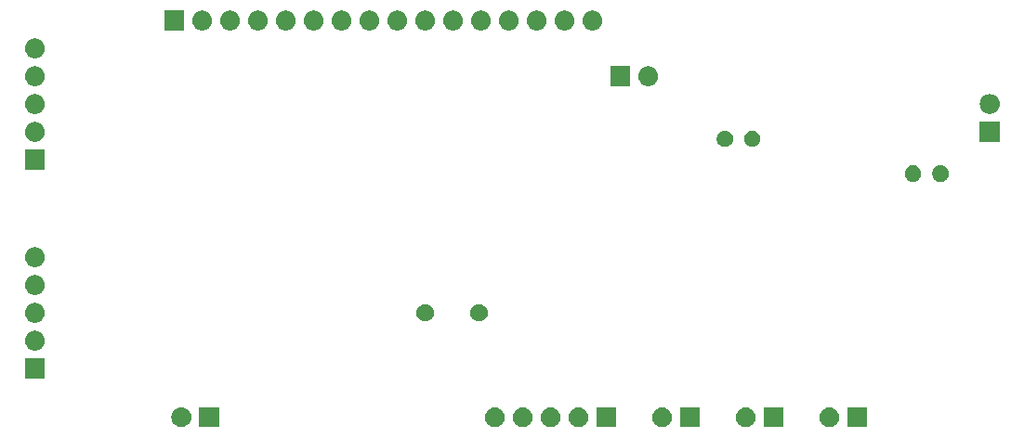
<source format=gbr>
G04 #@! TF.GenerationSoftware,KiCad,Pcbnew,(5.0.1)-4*
G04 #@! TF.CreationDate,2020-04-19T23:52:34+02:00*
G04 #@! TF.ProjectId,Freqmeter_16F18446,467265716D657465725F313646313834,R2*
G04 #@! TF.SameCoordinates,Original*
G04 #@! TF.FileFunction,Soldermask,Bot*
G04 #@! TF.FilePolarity,Negative*
%FSLAX46Y46*%
G04 Gerber Fmt 4.6, Leading zero omitted, Abs format (unit mm)*
G04 Created by KiCad (PCBNEW (5.0.1)-4) date 19/04/2020 23:52:34*
%MOMM*%
%LPD*%
G01*
G04 APERTURE LIST*
%ADD10C,0.100000*%
G04 APERTURE END LIST*
D10*
G36*
X158860443Y-68320519D02*
X158926627Y-68327037D01*
X159039853Y-68361384D01*
X159096467Y-68378557D01*
X159235087Y-68452652D01*
X159252991Y-68462222D01*
X159288729Y-68491552D01*
X159390186Y-68574814D01*
X159473448Y-68676271D01*
X159502778Y-68712009D01*
X159502779Y-68712011D01*
X159586443Y-68868533D01*
X159586443Y-68868534D01*
X159637963Y-69038373D01*
X159655359Y-69215000D01*
X159637963Y-69391627D01*
X159603616Y-69504853D01*
X159586443Y-69561467D01*
X159512348Y-69700087D01*
X159502778Y-69717991D01*
X159473448Y-69753729D01*
X159390186Y-69855186D01*
X159288729Y-69938448D01*
X159252991Y-69967778D01*
X159252989Y-69967779D01*
X159096467Y-70051443D01*
X159039853Y-70068616D01*
X158926627Y-70102963D01*
X158860442Y-70109482D01*
X158794260Y-70116000D01*
X158705740Y-70116000D01*
X158639558Y-70109482D01*
X158573373Y-70102963D01*
X158460147Y-70068616D01*
X158403533Y-70051443D01*
X158247011Y-69967779D01*
X158247009Y-69967778D01*
X158211271Y-69938448D01*
X158109814Y-69855186D01*
X158026552Y-69753729D01*
X157997222Y-69717991D01*
X157987652Y-69700087D01*
X157913557Y-69561467D01*
X157896384Y-69504853D01*
X157862037Y-69391627D01*
X157844641Y-69215000D01*
X157862037Y-69038373D01*
X157913557Y-68868534D01*
X157913557Y-68868533D01*
X157997221Y-68712011D01*
X157997222Y-68712009D01*
X158026552Y-68676271D01*
X158109814Y-68574814D01*
X158211271Y-68491552D01*
X158247009Y-68462222D01*
X158264913Y-68452652D01*
X158403533Y-68378557D01*
X158460147Y-68361384D01*
X158573373Y-68327037D01*
X158639557Y-68320519D01*
X158705740Y-68314000D01*
X158794260Y-68314000D01*
X158860443Y-68320519D01*
X158860443Y-68320519D01*
G37*
G36*
X174100443Y-68320519D02*
X174166627Y-68327037D01*
X174279853Y-68361384D01*
X174336467Y-68378557D01*
X174475087Y-68452652D01*
X174492991Y-68462222D01*
X174528729Y-68491552D01*
X174630186Y-68574814D01*
X174713448Y-68676271D01*
X174742778Y-68712009D01*
X174742779Y-68712011D01*
X174826443Y-68868533D01*
X174826443Y-68868534D01*
X174877963Y-69038373D01*
X174895359Y-69215000D01*
X174877963Y-69391627D01*
X174843616Y-69504853D01*
X174826443Y-69561467D01*
X174752348Y-69700087D01*
X174742778Y-69717991D01*
X174713448Y-69753729D01*
X174630186Y-69855186D01*
X174528729Y-69938448D01*
X174492991Y-69967778D01*
X174492989Y-69967779D01*
X174336467Y-70051443D01*
X174279853Y-70068616D01*
X174166627Y-70102963D01*
X174100442Y-70109482D01*
X174034260Y-70116000D01*
X173945740Y-70116000D01*
X173879558Y-70109482D01*
X173813373Y-70102963D01*
X173700147Y-70068616D01*
X173643533Y-70051443D01*
X173487011Y-69967779D01*
X173487009Y-69967778D01*
X173451271Y-69938448D01*
X173349814Y-69855186D01*
X173266552Y-69753729D01*
X173237222Y-69717991D01*
X173227652Y-69700087D01*
X173153557Y-69561467D01*
X173136384Y-69504853D01*
X173102037Y-69391627D01*
X173084641Y-69215000D01*
X173102037Y-69038373D01*
X173153557Y-68868534D01*
X173153557Y-68868533D01*
X173237221Y-68712011D01*
X173237222Y-68712009D01*
X173266552Y-68676271D01*
X173349814Y-68574814D01*
X173451271Y-68491552D01*
X173487009Y-68462222D01*
X173504913Y-68452652D01*
X173643533Y-68378557D01*
X173700147Y-68361384D01*
X173813373Y-68327037D01*
X173879557Y-68320519D01*
X173945740Y-68314000D01*
X174034260Y-68314000D01*
X174100443Y-68320519D01*
X174100443Y-68320519D01*
G37*
G36*
X162191000Y-70116000D02*
X160389000Y-70116000D01*
X160389000Y-68314000D01*
X162191000Y-68314000D01*
X162191000Y-70116000D01*
X162191000Y-70116000D01*
G37*
G36*
X169811000Y-70116000D02*
X168009000Y-70116000D01*
X168009000Y-68314000D01*
X169811000Y-68314000D01*
X169811000Y-70116000D01*
X169811000Y-70116000D01*
G37*
G36*
X166480443Y-68320519D02*
X166546627Y-68327037D01*
X166659853Y-68361384D01*
X166716467Y-68378557D01*
X166855087Y-68452652D01*
X166872991Y-68462222D01*
X166908729Y-68491552D01*
X167010186Y-68574814D01*
X167093448Y-68676271D01*
X167122778Y-68712009D01*
X167122779Y-68712011D01*
X167206443Y-68868533D01*
X167206443Y-68868534D01*
X167257963Y-69038373D01*
X167275359Y-69215000D01*
X167257963Y-69391627D01*
X167223616Y-69504853D01*
X167206443Y-69561467D01*
X167132348Y-69700087D01*
X167122778Y-69717991D01*
X167093448Y-69753729D01*
X167010186Y-69855186D01*
X166908729Y-69938448D01*
X166872991Y-69967778D01*
X166872989Y-69967779D01*
X166716467Y-70051443D01*
X166659853Y-70068616D01*
X166546627Y-70102963D01*
X166480442Y-70109482D01*
X166414260Y-70116000D01*
X166325740Y-70116000D01*
X166259558Y-70109482D01*
X166193373Y-70102963D01*
X166080147Y-70068616D01*
X166023533Y-70051443D01*
X165867011Y-69967779D01*
X165867009Y-69967778D01*
X165831271Y-69938448D01*
X165729814Y-69855186D01*
X165646552Y-69753729D01*
X165617222Y-69717991D01*
X165607652Y-69700087D01*
X165533557Y-69561467D01*
X165516384Y-69504853D01*
X165482037Y-69391627D01*
X165464641Y-69215000D01*
X165482037Y-69038373D01*
X165533557Y-68868534D01*
X165533557Y-68868533D01*
X165617221Y-68712011D01*
X165617222Y-68712009D01*
X165646552Y-68676271D01*
X165729814Y-68574814D01*
X165831271Y-68491552D01*
X165867009Y-68462222D01*
X165884913Y-68452652D01*
X166023533Y-68378557D01*
X166080147Y-68361384D01*
X166193373Y-68327037D01*
X166259557Y-68320519D01*
X166325740Y-68314000D01*
X166414260Y-68314000D01*
X166480443Y-68320519D01*
X166480443Y-68320519D01*
G37*
G36*
X177431000Y-70116000D02*
X175629000Y-70116000D01*
X175629000Y-68314000D01*
X177431000Y-68314000D01*
X177431000Y-70116000D01*
X177431000Y-70116000D01*
G37*
G36*
X118376000Y-70116000D02*
X116574000Y-70116000D01*
X116574000Y-68314000D01*
X118376000Y-68314000D01*
X118376000Y-70116000D01*
X118376000Y-70116000D01*
G37*
G36*
X154571000Y-70116000D02*
X152769000Y-70116000D01*
X152769000Y-68314000D01*
X154571000Y-68314000D01*
X154571000Y-70116000D01*
X154571000Y-70116000D01*
G37*
G36*
X143620443Y-68320519D02*
X143686627Y-68327037D01*
X143799853Y-68361384D01*
X143856467Y-68378557D01*
X143995087Y-68452652D01*
X144012991Y-68462222D01*
X144048729Y-68491552D01*
X144150186Y-68574814D01*
X144233448Y-68676271D01*
X144262778Y-68712009D01*
X144262779Y-68712011D01*
X144346443Y-68868533D01*
X144346443Y-68868534D01*
X144397963Y-69038373D01*
X144415359Y-69215000D01*
X144397963Y-69391627D01*
X144363616Y-69504853D01*
X144346443Y-69561467D01*
X144272348Y-69700087D01*
X144262778Y-69717991D01*
X144233448Y-69753729D01*
X144150186Y-69855186D01*
X144048729Y-69938448D01*
X144012991Y-69967778D01*
X144012989Y-69967779D01*
X143856467Y-70051443D01*
X143799853Y-70068616D01*
X143686627Y-70102963D01*
X143620442Y-70109482D01*
X143554260Y-70116000D01*
X143465740Y-70116000D01*
X143399558Y-70109482D01*
X143333373Y-70102963D01*
X143220147Y-70068616D01*
X143163533Y-70051443D01*
X143007011Y-69967779D01*
X143007009Y-69967778D01*
X142971271Y-69938448D01*
X142869814Y-69855186D01*
X142786552Y-69753729D01*
X142757222Y-69717991D01*
X142747652Y-69700087D01*
X142673557Y-69561467D01*
X142656384Y-69504853D01*
X142622037Y-69391627D01*
X142604641Y-69215000D01*
X142622037Y-69038373D01*
X142673557Y-68868534D01*
X142673557Y-68868533D01*
X142757221Y-68712011D01*
X142757222Y-68712009D01*
X142786552Y-68676271D01*
X142869814Y-68574814D01*
X142971271Y-68491552D01*
X143007009Y-68462222D01*
X143024913Y-68452652D01*
X143163533Y-68378557D01*
X143220147Y-68361384D01*
X143333373Y-68327037D01*
X143399557Y-68320519D01*
X143465740Y-68314000D01*
X143554260Y-68314000D01*
X143620443Y-68320519D01*
X143620443Y-68320519D01*
G37*
G36*
X146160443Y-68320519D02*
X146226627Y-68327037D01*
X146339853Y-68361384D01*
X146396467Y-68378557D01*
X146535087Y-68452652D01*
X146552991Y-68462222D01*
X146588729Y-68491552D01*
X146690186Y-68574814D01*
X146773448Y-68676271D01*
X146802778Y-68712009D01*
X146802779Y-68712011D01*
X146886443Y-68868533D01*
X146886443Y-68868534D01*
X146937963Y-69038373D01*
X146955359Y-69215000D01*
X146937963Y-69391627D01*
X146903616Y-69504853D01*
X146886443Y-69561467D01*
X146812348Y-69700087D01*
X146802778Y-69717991D01*
X146773448Y-69753729D01*
X146690186Y-69855186D01*
X146588729Y-69938448D01*
X146552991Y-69967778D01*
X146552989Y-69967779D01*
X146396467Y-70051443D01*
X146339853Y-70068616D01*
X146226627Y-70102963D01*
X146160442Y-70109482D01*
X146094260Y-70116000D01*
X146005740Y-70116000D01*
X145939558Y-70109482D01*
X145873373Y-70102963D01*
X145760147Y-70068616D01*
X145703533Y-70051443D01*
X145547011Y-69967779D01*
X145547009Y-69967778D01*
X145511271Y-69938448D01*
X145409814Y-69855186D01*
X145326552Y-69753729D01*
X145297222Y-69717991D01*
X145287652Y-69700087D01*
X145213557Y-69561467D01*
X145196384Y-69504853D01*
X145162037Y-69391627D01*
X145144641Y-69215000D01*
X145162037Y-69038373D01*
X145213557Y-68868534D01*
X145213557Y-68868533D01*
X145297221Y-68712011D01*
X145297222Y-68712009D01*
X145326552Y-68676271D01*
X145409814Y-68574814D01*
X145511271Y-68491552D01*
X145547009Y-68462222D01*
X145564913Y-68452652D01*
X145703533Y-68378557D01*
X145760147Y-68361384D01*
X145873373Y-68327037D01*
X145939557Y-68320519D01*
X146005740Y-68314000D01*
X146094260Y-68314000D01*
X146160443Y-68320519D01*
X146160443Y-68320519D01*
G37*
G36*
X148700443Y-68320519D02*
X148766627Y-68327037D01*
X148879853Y-68361384D01*
X148936467Y-68378557D01*
X149075087Y-68452652D01*
X149092991Y-68462222D01*
X149128729Y-68491552D01*
X149230186Y-68574814D01*
X149313448Y-68676271D01*
X149342778Y-68712009D01*
X149342779Y-68712011D01*
X149426443Y-68868533D01*
X149426443Y-68868534D01*
X149477963Y-69038373D01*
X149495359Y-69215000D01*
X149477963Y-69391627D01*
X149443616Y-69504853D01*
X149426443Y-69561467D01*
X149352348Y-69700087D01*
X149342778Y-69717991D01*
X149313448Y-69753729D01*
X149230186Y-69855186D01*
X149128729Y-69938448D01*
X149092991Y-69967778D01*
X149092989Y-69967779D01*
X148936467Y-70051443D01*
X148879853Y-70068616D01*
X148766627Y-70102963D01*
X148700442Y-70109482D01*
X148634260Y-70116000D01*
X148545740Y-70116000D01*
X148479558Y-70109482D01*
X148413373Y-70102963D01*
X148300147Y-70068616D01*
X148243533Y-70051443D01*
X148087011Y-69967779D01*
X148087009Y-69967778D01*
X148051271Y-69938448D01*
X147949814Y-69855186D01*
X147866552Y-69753729D01*
X147837222Y-69717991D01*
X147827652Y-69700087D01*
X147753557Y-69561467D01*
X147736384Y-69504853D01*
X147702037Y-69391627D01*
X147684641Y-69215000D01*
X147702037Y-69038373D01*
X147753557Y-68868534D01*
X147753557Y-68868533D01*
X147837221Y-68712011D01*
X147837222Y-68712009D01*
X147866552Y-68676271D01*
X147949814Y-68574814D01*
X148051271Y-68491552D01*
X148087009Y-68462222D01*
X148104913Y-68452652D01*
X148243533Y-68378557D01*
X148300147Y-68361384D01*
X148413373Y-68327037D01*
X148479557Y-68320519D01*
X148545740Y-68314000D01*
X148634260Y-68314000D01*
X148700443Y-68320519D01*
X148700443Y-68320519D01*
G37*
G36*
X151240443Y-68320519D02*
X151306627Y-68327037D01*
X151419853Y-68361384D01*
X151476467Y-68378557D01*
X151615087Y-68452652D01*
X151632991Y-68462222D01*
X151668729Y-68491552D01*
X151770186Y-68574814D01*
X151853448Y-68676271D01*
X151882778Y-68712009D01*
X151882779Y-68712011D01*
X151966443Y-68868533D01*
X151966443Y-68868534D01*
X152017963Y-69038373D01*
X152035359Y-69215000D01*
X152017963Y-69391627D01*
X151983616Y-69504853D01*
X151966443Y-69561467D01*
X151892348Y-69700087D01*
X151882778Y-69717991D01*
X151853448Y-69753729D01*
X151770186Y-69855186D01*
X151668729Y-69938448D01*
X151632991Y-69967778D01*
X151632989Y-69967779D01*
X151476467Y-70051443D01*
X151419853Y-70068616D01*
X151306627Y-70102963D01*
X151240442Y-70109482D01*
X151174260Y-70116000D01*
X151085740Y-70116000D01*
X151019558Y-70109482D01*
X150953373Y-70102963D01*
X150840147Y-70068616D01*
X150783533Y-70051443D01*
X150627011Y-69967779D01*
X150627009Y-69967778D01*
X150591271Y-69938448D01*
X150489814Y-69855186D01*
X150406552Y-69753729D01*
X150377222Y-69717991D01*
X150367652Y-69700087D01*
X150293557Y-69561467D01*
X150276384Y-69504853D01*
X150242037Y-69391627D01*
X150224641Y-69215000D01*
X150242037Y-69038373D01*
X150293557Y-68868534D01*
X150293557Y-68868533D01*
X150377221Y-68712011D01*
X150377222Y-68712009D01*
X150406552Y-68676271D01*
X150489814Y-68574814D01*
X150591271Y-68491552D01*
X150627009Y-68462222D01*
X150644913Y-68452652D01*
X150783533Y-68378557D01*
X150840147Y-68361384D01*
X150953373Y-68327037D01*
X151019557Y-68320519D01*
X151085740Y-68314000D01*
X151174260Y-68314000D01*
X151240443Y-68320519D01*
X151240443Y-68320519D01*
G37*
G36*
X115045443Y-68320519D02*
X115111627Y-68327037D01*
X115224853Y-68361384D01*
X115281467Y-68378557D01*
X115420087Y-68452652D01*
X115437991Y-68462222D01*
X115473729Y-68491552D01*
X115575186Y-68574814D01*
X115658448Y-68676271D01*
X115687778Y-68712009D01*
X115687779Y-68712011D01*
X115771443Y-68868533D01*
X115771443Y-68868534D01*
X115822963Y-69038373D01*
X115840359Y-69215000D01*
X115822963Y-69391627D01*
X115788616Y-69504853D01*
X115771443Y-69561467D01*
X115697348Y-69700087D01*
X115687778Y-69717991D01*
X115658448Y-69753729D01*
X115575186Y-69855186D01*
X115473729Y-69938448D01*
X115437991Y-69967778D01*
X115437989Y-69967779D01*
X115281467Y-70051443D01*
X115224853Y-70068616D01*
X115111627Y-70102963D01*
X115045442Y-70109482D01*
X114979260Y-70116000D01*
X114890740Y-70116000D01*
X114824558Y-70109482D01*
X114758373Y-70102963D01*
X114645147Y-70068616D01*
X114588533Y-70051443D01*
X114432011Y-69967779D01*
X114432009Y-69967778D01*
X114396271Y-69938448D01*
X114294814Y-69855186D01*
X114211552Y-69753729D01*
X114182222Y-69717991D01*
X114172652Y-69700087D01*
X114098557Y-69561467D01*
X114081384Y-69504853D01*
X114047037Y-69391627D01*
X114029641Y-69215000D01*
X114047037Y-69038373D01*
X114098557Y-68868534D01*
X114098557Y-68868533D01*
X114182221Y-68712011D01*
X114182222Y-68712009D01*
X114211552Y-68676271D01*
X114294814Y-68574814D01*
X114396271Y-68491552D01*
X114432009Y-68462222D01*
X114449913Y-68452652D01*
X114588533Y-68378557D01*
X114645147Y-68361384D01*
X114758373Y-68327037D01*
X114824557Y-68320519D01*
X114890740Y-68314000D01*
X114979260Y-68314000D01*
X115045443Y-68320519D01*
X115045443Y-68320519D01*
G37*
G36*
X102501000Y-65671000D02*
X100699000Y-65671000D01*
X100699000Y-63869000D01*
X102501000Y-63869000D01*
X102501000Y-65671000D01*
X102501000Y-65671000D01*
G37*
G36*
X101710443Y-61335519D02*
X101776627Y-61342037D01*
X101889853Y-61376384D01*
X101946467Y-61393557D01*
X102085087Y-61467652D01*
X102102991Y-61477222D01*
X102138729Y-61506552D01*
X102240186Y-61589814D01*
X102323448Y-61691271D01*
X102352778Y-61727009D01*
X102352779Y-61727011D01*
X102436443Y-61883533D01*
X102436443Y-61883534D01*
X102487963Y-62053373D01*
X102505359Y-62230000D01*
X102487963Y-62406627D01*
X102453616Y-62519853D01*
X102436443Y-62576467D01*
X102362348Y-62715087D01*
X102352778Y-62732991D01*
X102323448Y-62768729D01*
X102240186Y-62870186D01*
X102138729Y-62953448D01*
X102102991Y-62982778D01*
X102102989Y-62982779D01*
X101946467Y-63066443D01*
X101889853Y-63083616D01*
X101776627Y-63117963D01*
X101710442Y-63124482D01*
X101644260Y-63131000D01*
X101555740Y-63131000D01*
X101489558Y-63124482D01*
X101423373Y-63117963D01*
X101310147Y-63083616D01*
X101253533Y-63066443D01*
X101097011Y-62982779D01*
X101097009Y-62982778D01*
X101061271Y-62953448D01*
X100959814Y-62870186D01*
X100876552Y-62768729D01*
X100847222Y-62732991D01*
X100837652Y-62715087D01*
X100763557Y-62576467D01*
X100746384Y-62519853D01*
X100712037Y-62406627D01*
X100694641Y-62230000D01*
X100712037Y-62053373D01*
X100763557Y-61883534D01*
X100763557Y-61883533D01*
X100847221Y-61727011D01*
X100847222Y-61727009D01*
X100876552Y-61691271D01*
X100959814Y-61589814D01*
X101061271Y-61506552D01*
X101097009Y-61477222D01*
X101114913Y-61467652D01*
X101253533Y-61393557D01*
X101310147Y-61376384D01*
X101423373Y-61342037D01*
X101489557Y-61335519D01*
X101555740Y-61329000D01*
X101644260Y-61329000D01*
X101710443Y-61335519D01*
X101710443Y-61335519D01*
G37*
G36*
X101710443Y-58795519D02*
X101776627Y-58802037D01*
X101889853Y-58836384D01*
X101946467Y-58853557D01*
X102070363Y-58919782D01*
X102102991Y-58937222D01*
X102138729Y-58966552D01*
X102240186Y-59049814D01*
X102323448Y-59151271D01*
X102352778Y-59187009D01*
X102352779Y-59187011D01*
X102436443Y-59343533D01*
X102436443Y-59343534D01*
X102487963Y-59513373D01*
X102505359Y-59690000D01*
X102487963Y-59866627D01*
X102470667Y-59923643D01*
X102436443Y-60036467D01*
X102418831Y-60069416D01*
X102352778Y-60192991D01*
X102346524Y-60200611D01*
X102240186Y-60330186D01*
X102138729Y-60413448D01*
X102102991Y-60442778D01*
X102102989Y-60442779D01*
X101946467Y-60526443D01*
X101889853Y-60543616D01*
X101776627Y-60577963D01*
X101710443Y-60584481D01*
X101644260Y-60591000D01*
X101555740Y-60591000D01*
X101489557Y-60584481D01*
X101423373Y-60577963D01*
X101310147Y-60543616D01*
X101253533Y-60526443D01*
X101097011Y-60442779D01*
X101097009Y-60442778D01*
X101061271Y-60413448D01*
X100959814Y-60330186D01*
X100853476Y-60200611D01*
X100847222Y-60192991D01*
X100781169Y-60069416D01*
X100763557Y-60036467D01*
X100729333Y-59923643D01*
X100712037Y-59866627D01*
X100694641Y-59690000D01*
X100712037Y-59513373D01*
X100763557Y-59343534D01*
X100763557Y-59343533D01*
X100847221Y-59187011D01*
X100847222Y-59187009D01*
X100876552Y-59151271D01*
X100959814Y-59049814D01*
X101061271Y-58966552D01*
X101097009Y-58937222D01*
X101129637Y-58919782D01*
X101253533Y-58853557D01*
X101310147Y-58836384D01*
X101423373Y-58802037D01*
X101489557Y-58795519D01*
X101555740Y-58789000D01*
X101644260Y-58789000D01*
X101710443Y-58795519D01*
X101710443Y-58795519D01*
G37*
G36*
X142293643Y-58919781D02*
X142439415Y-58980162D01*
X142570611Y-59067824D01*
X142682176Y-59179389D01*
X142769838Y-59310585D01*
X142830219Y-59456357D01*
X142861000Y-59611107D01*
X142861000Y-59768893D01*
X142830219Y-59923643D01*
X142769838Y-60069415D01*
X142682176Y-60200611D01*
X142570611Y-60312176D01*
X142439415Y-60399838D01*
X142293643Y-60460219D01*
X142138893Y-60491000D01*
X141981107Y-60491000D01*
X141826357Y-60460219D01*
X141680585Y-60399838D01*
X141549389Y-60312176D01*
X141437824Y-60200611D01*
X141350162Y-60069415D01*
X141289781Y-59923643D01*
X141259000Y-59768893D01*
X141259000Y-59611107D01*
X141289781Y-59456357D01*
X141350162Y-59310585D01*
X141437824Y-59179389D01*
X141549389Y-59067824D01*
X141680585Y-58980162D01*
X141826357Y-58919781D01*
X141981107Y-58889000D01*
X142138893Y-58889000D01*
X142293643Y-58919781D01*
X142293643Y-58919781D01*
G37*
G36*
X137393643Y-58919781D02*
X137539415Y-58980162D01*
X137670611Y-59067824D01*
X137782176Y-59179389D01*
X137869838Y-59310585D01*
X137930219Y-59456357D01*
X137961000Y-59611107D01*
X137961000Y-59768893D01*
X137930219Y-59923643D01*
X137869838Y-60069415D01*
X137782176Y-60200611D01*
X137670611Y-60312176D01*
X137539415Y-60399838D01*
X137393643Y-60460219D01*
X137238893Y-60491000D01*
X137081107Y-60491000D01*
X136926357Y-60460219D01*
X136780585Y-60399838D01*
X136649389Y-60312176D01*
X136537824Y-60200611D01*
X136450162Y-60069415D01*
X136389781Y-59923643D01*
X136359000Y-59768893D01*
X136359000Y-59611107D01*
X136389781Y-59456357D01*
X136450162Y-59310585D01*
X136537824Y-59179389D01*
X136649389Y-59067824D01*
X136780585Y-58980162D01*
X136926357Y-58919781D01*
X137081107Y-58889000D01*
X137238893Y-58889000D01*
X137393643Y-58919781D01*
X137393643Y-58919781D01*
G37*
G36*
X101710443Y-56255519D02*
X101776627Y-56262037D01*
X101889853Y-56296384D01*
X101946467Y-56313557D01*
X102085087Y-56387652D01*
X102102991Y-56397222D01*
X102138729Y-56426552D01*
X102240186Y-56509814D01*
X102323448Y-56611271D01*
X102352778Y-56647009D01*
X102352779Y-56647011D01*
X102436443Y-56803533D01*
X102436443Y-56803534D01*
X102487963Y-56973373D01*
X102505359Y-57150000D01*
X102487963Y-57326627D01*
X102453616Y-57439853D01*
X102436443Y-57496467D01*
X102362348Y-57635087D01*
X102352778Y-57652991D01*
X102323448Y-57688729D01*
X102240186Y-57790186D01*
X102138729Y-57873448D01*
X102102991Y-57902778D01*
X102102989Y-57902779D01*
X101946467Y-57986443D01*
X101889853Y-58003616D01*
X101776627Y-58037963D01*
X101710443Y-58044481D01*
X101644260Y-58051000D01*
X101555740Y-58051000D01*
X101489557Y-58044481D01*
X101423373Y-58037963D01*
X101310147Y-58003616D01*
X101253533Y-57986443D01*
X101097011Y-57902779D01*
X101097009Y-57902778D01*
X101061271Y-57873448D01*
X100959814Y-57790186D01*
X100876552Y-57688729D01*
X100847222Y-57652991D01*
X100837652Y-57635087D01*
X100763557Y-57496467D01*
X100746384Y-57439853D01*
X100712037Y-57326627D01*
X100694641Y-57150000D01*
X100712037Y-56973373D01*
X100763557Y-56803534D01*
X100763557Y-56803533D01*
X100847221Y-56647011D01*
X100847222Y-56647009D01*
X100876552Y-56611271D01*
X100959814Y-56509814D01*
X101061271Y-56426552D01*
X101097009Y-56397222D01*
X101114913Y-56387652D01*
X101253533Y-56313557D01*
X101310147Y-56296384D01*
X101423373Y-56262037D01*
X101489557Y-56255519D01*
X101555740Y-56249000D01*
X101644260Y-56249000D01*
X101710443Y-56255519D01*
X101710443Y-56255519D01*
G37*
G36*
X101710442Y-53715518D02*
X101776627Y-53722037D01*
X101889853Y-53756384D01*
X101946467Y-53773557D01*
X102085087Y-53847652D01*
X102102991Y-53857222D01*
X102138729Y-53886552D01*
X102240186Y-53969814D01*
X102323448Y-54071271D01*
X102352778Y-54107009D01*
X102352779Y-54107011D01*
X102436443Y-54263533D01*
X102436443Y-54263534D01*
X102487963Y-54433373D01*
X102505359Y-54610000D01*
X102487963Y-54786627D01*
X102453616Y-54899853D01*
X102436443Y-54956467D01*
X102362348Y-55095087D01*
X102352778Y-55112991D01*
X102323448Y-55148729D01*
X102240186Y-55250186D01*
X102138729Y-55333448D01*
X102102991Y-55362778D01*
X102102989Y-55362779D01*
X101946467Y-55446443D01*
X101889853Y-55463616D01*
X101776627Y-55497963D01*
X101710443Y-55504481D01*
X101644260Y-55511000D01*
X101555740Y-55511000D01*
X101489557Y-55504481D01*
X101423373Y-55497963D01*
X101310147Y-55463616D01*
X101253533Y-55446443D01*
X101097011Y-55362779D01*
X101097009Y-55362778D01*
X101061271Y-55333448D01*
X100959814Y-55250186D01*
X100876552Y-55148729D01*
X100847222Y-55112991D01*
X100837652Y-55095087D01*
X100763557Y-54956467D01*
X100746384Y-54899853D01*
X100712037Y-54786627D01*
X100694641Y-54610000D01*
X100712037Y-54433373D01*
X100763557Y-54263534D01*
X100763557Y-54263533D01*
X100847221Y-54107011D01*
X100847222Y-54107009D01*
X100876552Y-54071271D01*
X100959814Y-53969814D01*
X101061271Y-53886552D01*
X101097009Y-53857222D01*
X101114913Y-53847652D01*
X101253533Y-53773557D01*
X101310147Y-53756384D01*
X101423373Y-53722037D01*
X101489558Y-53715518D01*
X101555740Y-53709000D01*
X101644260Y-53709000D01*
X101710442Y-53715518D01*
X101710442Y-53715518D01*
G37*
G36*
X184242004Y-46250544D02*
X184329059Y-46267860D01*
X184465732Y-46324472D01*
X184465733Y-46324473D01*
X184588738Y-46406662D01*
X184693338Y-46511262D01*
X184693340Y-46511265D01*
X184775528Y-46634268D01*
X184832140Y-46770941D01*
X184861000Y-46916033D01*
X184861000Y-47063967D01*
X184832140Y-47209059D01*
X184775528Y-47345732D01*
X184775527Y-47345733D01*
X184693338Y-47468738D01*
X184588738Y-47573338D01*
X184588735Y-47573340D01*
X184465732Y-47655528D01*
X184329059Y-47712140D01*
X184242004Y-47729456D01*
X184183969Y-47741000D01*
X184036031Y-47741000D01*
X183977996Y-47729456D01*
X183890941Y-47712140D01*
X183754268Y-47655528D01*
X183631265Y-47573340D01*
X183631262Y-47573338D01*
X183526662Y-47468738D01*
X183444473Y-47345733D01*
X183444472Y-47345732D01*
X183387860Y-47209059D01*
X183359000Y-47063967D01*
X183359000Y-46916033D01*
X183387860Y-46770941D01*
X183444472Y-46634268D01*
X183526660Y-46511265D01*
X183526662Y-46511262D01*
X183631262Y-46406662D01*
X183754267Y-46324473D01*
X183754268Y-46324472D01*
X183890941Y-46267860D01*
X183977996Y-46250544D01*
X184036031Y-46239000D01*
X184183969Y-46239000D01*
X184242004Y-46250544D01*
X184242004Y-46250544D01*
G37*
G36*
X181742004Y-46250544D02*
X181829059Y-46267860D01*
X181965732Y-46324472D01*
X181965733Y-46324473D01*
X182088738Y-46406662D01*
X182193338Y-46511262D01*
X182193340Y-46511265D01*
X182275528Y-46634268D01*
X182332140Y-46770941D01*
X182361000Y-46916033D01*
X182361000Y-47063967D01*
X182332140Y-47209059D01*
X182275528Y-47345732D01*
X182275527Y-47345733D01*
X182193338Y-47468738D01*
X182088738Y-47573338D01*
X182088735Y-47573340D01*
X181965732Y-47655528D01*
X181829059Y-47712140D01*
X181742004Y-47729456D01*
X181683969Y-47741000D01*
X181536031Y-47741000D01*
X181477996Y-47729456D01*
X181390941Y-47712140D01*
X181254268Y-47655528D01*
X181131265Y-47573340D01*
X181131262Y-47573338D01*
X181026662Y-47468738D01*
X180944473Y-47345733D01*
X180944472Y-47345732D01*
X180887860Y-47209059D01*
X180859000Y-47063967D01*
X180859000Y-46916033D01*
X180887860Y-46770941D01*
X180944472Y-46634268D01*
X181026660Y-46511265D01*
X181026662Y-46511262D01*
X181131262Y-46406662D01*
X181254267Y-46324473D01*
X181254268Y-46324472D01*
X181390941Y-46267860D01*
X181477996Y-46250544D01*
X181536031Y-46239000D01*
X181683969Y-46239000D01*
X181742004Y-46250544D01*
X181742004Y-46250544D01*
G37*
G36*
X102501000Y-46621000D02*
X100699000Y-46621000D01*
X100699000Y-44819000D01*
X102501000Y-44819000D01*
X102501000Y-46621000D01*
X102501000Y-46621000D01*
G37*
G36*
X167097004Y-43075544D02*
X167184059Y-43092860D01*
X167320732Y-43149472D01*
X167320733Y-43149473D01*
X167443738Y-43231662D01*
X167548338Y-43336262D01*
X167548340Y-43336265D01*
X167630528Y-43459268D01*
X167687140Y-43595941D01*
X167704455Y-43682989D01*
X167716000Y-43741031D01*
X167716000Y-43888969D01*
X167704456Y-43947004D01*
X167687140Y-44034059D01*
X167630528Y-44170732D01*
X167630527Y-44170733D01*
X167548338Y-44293738D01*
X167443738Y-44398338D01*
X167443735Y-44398340D01*
X167320732Y-44480528D01*
X167184059Y-44537140D01*
X167097004Y-44554456D01*
X167038969Y-44566000D01*
X166891031Y-44566000D01*
X166832996Y-44554456D01*
X166745941Y-44537140D01*
X166609268Y-44480528D01*
X166486265Y-44398340D01*
X166486262Y-44398338D01*
X166381662Y-44293738D01*
X166299473Y-44170733D01*
X166299472Y-44170732D01*
X166242860Y-44034059D01*
X166225544Y-43947004D01*
X166214000Y-43888969D01*
X166214000Y-43741031D01*
X166225545Y-43682989D01*
X166242860Y-43595941D01*
X166299472Y-43459268D01*
X166381660Y-43336265D01*
X166381662Y-43336262D01*
X166486262Y-43231662D01*
X166609267Y-43149473D01*
X166609268Y-43149472D01*
X166745941Y-43092860D01*
X166832996Y-43075544D01*
X166891031Y-43064000D01*
X167038969Y-43064000D01*
X167097004Y-43075544D01*
X167097004Y-43075544D01*
G37*
G36*
X164597004Y-43075544D02*
X164684059Y-43092860D01*
X164820732Y-43149472D01*
X164820733Y-43149473D01*
X164943738Y-43231662D01*
X165048338Y-43336262D01*
X165048340Y-43336265D01*
X165130528Y-43459268D01*
X165187140Y-43595941D01*
X165204455Y-43682989D01*
X165216000Y-43741031D01*
X165216000Y-43888969D01*
X165204456Y-43947004D01*
X165187140Y-44034059D01*
X165130528Y-44170732D01*
X165130527Y-44170733D01*
X165048338Y-44293738D01*
X164943738Y-44398338D01*
X164943735Y-44398340D01*
X164820732Y-44480528D01*
X164684059Y-44537140D01*
X164597004Y-44554456D01*
X164538969Y-44566000D01*
X164391031Y-44566000D01*
X164332996Y-44554456D01*
X164245941Y-44537140D01*
X164109268Y-44480528D01*
X163986265Y-44398340D01*
X163986262Y-44398338D01*
X163881662Y-44293738D01*
X163799473Y-44170733D01*
X163799472Y-44170732D01*
X163742860Y-44034059D01*
X163725544Y-43947004D01*
X163714000Y-43888969D01*
X163714000Y-43741031D01*
X163725545Y-43682989D01*
X163742860Y-43595941D01*
X163799472Y-43459268D01*
X163881660Y-43336265D01*
X163881662Y-43336262D01*
X163986262Y-43231662D01*
X164109267Y-43149473D01*
X164109268Y-43149472D01*
X164245941Y-43092860D01*
X164332996Y-43075544D01*
X164391031Y-43064000D01*
X164538969Y-43064000D01*
X164597004Y-43075544D01*
X164597004Y-43075544D01*
G37*
G36*
X101710442Y-42285518D02*
X101776627Y-42292037D01*
X101889853Y-42326384D01*
X101946467Y-42343557D01*
X102085087Y-42417652D01*
X102102991Y-42427222D01*
X102138729Y-42456552D01*
X102240186Y-42539814D01*
X102323448Y-42641271D01*
X102352778Y-42677009D01*
X102352779Y-42677011D01*
X102436443Y-42833533D01*
X102436443Y-42833534D01*
X102487963Y-43003373D01*
X102505359Y-43180000D01*
X102487963Y-43356627D01*
X102456827Y-43459268D01*
X102436443Y-43526467D01*
X102399308Y-43595941D01*
X102352778Y-43682991D01*
X102323448Y-43718729D01*
X102240186Y-43820186D01*
X102156372Y-43888969D01*
X102102991Y-43932778D01*
X102102989Y-43932779D01*
X101946467Y-44016443D01*
X101889853Y-44033616D01*
X101776627Y-44067963D01*
X101710443Y-44074481D01*
X101644260Y-44081000D01*
X101555740Y-44081000D01*
X101489557Y-44074481D01*
X101423373Y-44067963D01*
X101310147Y-44033616D01*
X101253533Y-44016443D01*
X101097011Y-43932779D01*
X101097009Y-43932778D01*
X101043628Y-43888969D01*
X100959814Y-43820186D01*
X100876552Y-43718729D01*
X100847222Y-43682991D01*
X100800692Y-43595941D01*
X100763557Y-43526467D01*
X100743173Y-43459268D01*
X100712037Y-43356627D01*
X100694641Y-43180000D01*
X100712037Y-43003373D01*
X100763557Y-42833534D01*
X100763557Y-42833533D01*
X100847221Y-42677011D01*
X100847222Y-42677009D01*
X100876552Y-42641271D01*
X100959814Y-42539814D01*
X101061271Y-42456552D01*
X101097009Y-42427222D01*
X101114913Y-42417652D01*
X101253533Y-42343557D01*
X101310147Y-42326384D01*
X101423373Y-42292037D01*
X101489558Y-42285518D01*
X101555740Y-42279000D01*
X101644260Y-42279000D01*
X101710442Y-42285518D01*
X101710442Y-42285518D01*
G37*
G36*
X189496000Y-44081000D02*
X187694000Y-44081000D01*
X187694000Y-42279000D01*
X189496000Y-42279000D01*
X189496000Y-44081000D01*
X189496000Y-44081000D01*
G37*
G36*
X188705442Y-39745518D02*
X188771627Y-39752037D01*
X188884853Y-39786384D01*
X188941467Y-39803557D01*
X189080087Y-39877652D01*
X189097991Y-39887222D01*
X189133729Y-39916552D01*
X189235186Y-39999814D01*
X189318448Y-40101271D01*
X189347778Y-40137009D01*
X189347779Y-40137011D01*
X189431443Y-40293533D01*
X189431443Y-40293534D01*
X189482963Y-40463373D01*
X189500359Y-40640000D01*
X189482963Y-40816627D01*
X189448616Y-40929853D01*
X189431443Y-40986467D01*
X189357348Y-41125087D01*
X189347778Y-41142991D01*
X189318448Y-41178729D01*
X189235186Y-41280186D01*
X189133729Y-41363448D01*
X189097991Y-41392778D01*
X189097989Y-41392779D01*
X188941467Y-41476443D01*
X188884853Y-41493616D01*
X188771627Y-41527963D01*
X188705442Y-41534482D01*
X188639260Y-41541000D01*
X188550740Y-41541000D01*
X188484558Y-41534482D01*
X188418373Y-41527963D01*
X188305147Y-41493616D01*
X188248533Y-41476443D01*
X188092011Y-41392779D01*
X188092009Y-41392778D01*
X188056271Y-41363448D01*
X187954814Y-41280186D01*
X187871552Y-41178729D01*
X187842222Y-41142991D01*
X187832652Y-41125087D01*
X187758557Y-40986467D01*
X187741384Y-40929853D01*
X187707037Y-40816627D01*
X187689641Y-40640000D01*
X187707037Y-40463373D01*
X187758557Y-40293534D01*
X187758557Y-40293533D01*
X187842221Y-40137011D01*
X187842222Y-40137009D01*
X187871552Y-40101271D01*
X187954814Y-39999814D01*
X188056271Y-39916552D01*
X188092009Y-39887222D01*
X188109913Y-39877652D01*
X188248533Y-39803557D01*
X188305147Y-39786384D01*
X188418373Y-39752037D01*
X188484558Y-39745518D01*
X188550740Y-39739000D01*
X188639260Y-39739000D01*
X188705442Y-39745518D01*
X188705442Y-39745518D01*
G37*
G36*
X101710442Y-39745518D02*
X101776627Y-39752037D01*
X101889853Y-39786384D01*
X101946467Y-39803557D01*
X102085087Y-39877652D01*
X102102991Y-39887222D01*
X102138729Y-39916552D01*
X102240186Y-39999814D01*
X102323448Y-40101271D01*
X102352778Y-40137009D01*
X102352779Y-40137011D01*
X102436443Y-40293533D01*
X102436443Y-40293534D01*
X102487963Y-40463373D01*
X102505359Y-40640000D01*
X102487963Y-40816627D01*
X102453616Y-40929853D01*
X102436443Y-40986467D01*
X102362348Y-41125087D01*
X102352778Y-41142991D01*
X102323448Y-41178729D01*
X102240186Y-41280186D01*
X102138729Y-41363448D01*
X102102991Y-41392778D01*
X102102989Y-41392779D01*
X101946467Y-41476443D01*
X101889853Y-41493616D01*
X101776627Y-41527963D01*
X101710442Y-41534482D01*
X101644260Y-41541000D01*
X101555740Y-41541000D01*
X101489558Y-41534482D01*
X101423373Y-41527963D01*
X101310147Y-41493616D01*
X101253533Y-41476443D01*
X101097011Y-41392779D01*
X101097009Y-41392778D01*
X101061271Y-41363448D01*
X100959814Y-41280186D01*
X100876552Y-41178729D01*
X100847222Y-41142991D01*
X100837652Y-41125087D01*
X100763557Y-40986467D01*
X100746384Y-40929853D01*
X100712037Y-40816627D01*
X100694641Y-40640000D01*
X100712037Y-40463373D01*
X100763557Y-40293534D01*
X100763557Y-40293533D01*
X100847221Y-40137011D01*
X100847222Y-40137009D01*
X100876552Y-40101271D01*
X100959814Y-39999814D01*
X101061271Y-39916552D01*
X101097009Y-39887222D01*
X101114913Y-39877652D01*
X101253533Y-39803557D01*
X101310147Y-39786384D01*
X101423373Y-39752037D01*
X101489558Y-39745518D01*
X101555740Y-39739000D01*
X101644260Y-39739000D01*
X101710442Y-39745518D01*
X101710442Y-39745518D01*
G37*
G36*
X157590442Y-37205518D02*
X157656627Y-37212037D01*
X157769853Y-37246384D01*
X157826467Y-37263557D01*
X157965087Y-37337652D01*
X157982991Y-37347222D01*
X158018729Y-37376552D01*
X158120186Y-37459814D01*
X158203448Y-37561271D01*
X158232778Y-37597009D01*
X158232779Y-37597011D01*
X158316443Y-37753533D01*
X158316443Y-37753534D01*
X158367963Y-37923373D01*
X158385359Y-38100000D01*
X158367963Y-38276627D01*
X158333616Y-38389853D01*
X158316443Y-38446467D01*
X158242348Y-38585087D01*
X158232778Y-38602991D01*
X158203448Y-38638729D01*
X158120186Y-38740186D01*
X158018729Y-38823448D01*
X157982991Y-38852778D01*
X157982989Y-38852779D01*
X157826467Y-38936443D01*
X157769853Y-38953616D01*
X157656627Y-38987963D01*
X157590442Y-38994482D01*
X157524260Y-39001000D01*
X157435740Y-39001000D01*
X157369557Y-38994481D01*
X157303373Y-38987963D01*
X157190147Y-38953616D01*
X157133533Y-38936443D01*
X156977011Y-38852779D01*
X156977009Y-38852778D01*
X156941271Y-38823448D01*
X156839814Y-38740186D01*
X156756552Y-38638729D01*
X156727222Y-38602991D01*
X156717652Y-38585087D01*
X156643557Y-38446467D01*
X156626384Y-38389853D01*
X156592037Y-38276627D01*
X156574641Y-38100000D01*
X156592037Y-37923373D01*
X156643557Y-37753534D01*
X156643557Y-37753533D01*
X156727221Y-37597011D01*
X156727222Y-37597009D01*
X156756552Y-37561271D01*
X156839814Y-37459814D01*
X156941271Y-37376552D01*
X156977009Y-37347222D01*
X156994913Y-37337652D01*
X157133533Y-37263557D01*
X157190147Y-37246384D01*
X157303373Y-37212037D01*
X157369558Y-37205518D01*
X157435740Y-37199000D01*
X157524260Y-37199000D01*
X157590442Y-37205518D01*
X157590442Y-37205518D01*
G37*
G36*
X155841000Y-39001000D02*
X154039000Y-39001000D01*
X154039000Y-37199000D01*
X155841000Y-37199000D01*
X155841000Y-39001000D01*
X155841000Y-39001000D01*
G37*
G36*
X101710442Y-37205518D02*
X101776627Y-37212037D01*
X101889853Y-37246384D01*
X101946467Y-37263557D01*
X102085087Y-37337652D01*
X102102991Y-37347222D01*
X102138729Y-37376552D01*
X102240186Y-37459814D01*
X102323448Y-37561271D01*
X102352778Y-37597009D01*
X102352779Y-37597011D01*
X102436443Y-37753533D01*
X102436443Y-37753534D01*
X102487963Y-37923373D01*
X102505359Y-38100000D01*
X102487963Y-38276627D01*
X102453616Y-38389853D01*
X102436443Y-38446467D01*
X102362348Y-38585087D01*
X102352778Y-38602991D01*
X102323448Y-38638729D01*
X102240186Y-38740186D01*
X102138729Y-38823448D01*
X102102991Y-38852778D01*
X102102989Y-38852779D01*
X101946467Y-38936443D01*
X101889853Y-38953616D01*
X101776627Y-38987963D01*
X101710443Y-38994481D01*
X101644260Y-39001000D01*
X101555740Y-39001000D01*
X101489557Y-38994481D01*
X101423373Y-38987963D01*
X101310147Y-38953616D01*
X101253533Y-38936443D01*
X101097011Y-38852779D01*
X101097009Y-38852778D01*
X101061271Y-38823448D01*
X100959814Y-38740186D01*
X100876552Y-38638729D01*
X100847222Y-38602991D01*
X100837652Y-38585087D01*
X100763557Y-38446467D01*
X100746384Y-38389853D01*
X100712037Y-38276627D01*
X100694641Y-38100000D01*
X100712037Y-37923373D01*
X100763557Y-37753534D01*
X100763557Y-37753533D01*
X100847221Y-37597011D01*
X100847222Y-37597009D01*
X100876552Y-37561271D01*
X100959814Y-37459814D01*
X101061271Y-37376552D01*
X101097009Y-37347222D01*
X101114913Y-37337652D01*
X101253533Y-37263557D01*
X101310147Y-37246384D01*
X101423373Y-37212037D01*
X101489558Y-37205518D01*
X101555740Y-37199000D01*
X101644260Y-37199000D01*
X101710442Y-37205518D01*
X101710442Y-37205518D01*
G37*
G36*
X101710443Y-34665519D02*
X101776627Y-34672037D01*
X101889853Y-34706384D01*
X101946467Y-34723557D01*
X102085087Y-34797652D01*
X102102991Y-34807222D01*
X102138729Y-34836552D01*
X102240186Y-34919814D01*
X102323448Y-35021271D01*
X102352778Y-35057009D01*
X102352779Y-35057011D01*
X102436443Y-35213533D01*
X102436443Y-35213534D01*
X102487963Y-35383373D01*
X102505359Y-35560000D01*
X102487963Y-35736627D01*
X102453616Y-35849853D01*
X102436443Y-35906467D01*
X102362348Y-36045087D01*
X102352778Y-36062991D01*
X102323448Y-36098729D01*
X102240186Y-36200186D01*
X102138729Y-36283448D01*
X102102991Y-36312778D01*
X102102989Y-36312779D01*
X101946467Y-36396443D01*
X101889853Y-36413616D01*
X101776627Y-36447963D01*
X101710443Y-36454481D01*
X101644260Y-36461000D01*
X101555740Y-36461000D01*
X101489557Y-36454481D01*
X101423373Y-36447963D01*
X101310147Y-36413616D01*
X101253533Y-36396443D01*
X101097011Y-36312779D01*
X101097009Y-36312778D01*
X101061271Y-36283448D01*
X100959814Y-36200186D01*
X100876552Y-36098729D01*
X100847222Y-36062991D01*
X100837652Y-36045087D01*
X100763557Y-35906467D01*
X100746384Y-35849853D01*
X100712037Y-35736627D01*
X100694641Y-35560000D01*
X100712037Y-35383373D01*
X100763557Y-35213534D01*
X100763557Y-35213533D01*
X100847221Y-35057011D01*
X100847222Y-35057009D01*
X100876552Y-35021271D01*
X100959814Y-34919814D01*
X101061271Y-34836552D01*
X101097009Y-34807222D01*
X101114913Y-34797652D01*
X101253533Y-34723557D01*
X101310147Y-34706384D01*
X101423373Y-34672037D01*
X101489557Y-34665519D01*
X101555740Y-34659000D01*
X101644260Y-34659000D01*
X101710443Y-34665519D01*
X101710443Y-34665519D01*
G37*
G36*
X115201000Y-33921000D02*
X113399000Y-33921000D01*
X113399000Y-32119000D01*
X115201000Y-32119000D01*
X115201000Y-33921000D01*
X115201000Y-33921000D01*
G37*
G36*
X116950442Y-32125518D02*
X117016627Y-32132037D01*
X117129853Y-32166384D01*
X117186467Y-32183557D01*
X117325087Y-32257652D01*
X117342991Y-32267222D01*
X117378729Y-32296552D01*
X117480186Y-32379814D01*
X117563448Y-32481271D01*
X117592778Y-32517009D01*
X117592779Y-32517011D01*
X117676443Y-32673533D01*
X117676443Y-32673534D01*
X117727963Y-32843373D01*
X117745359Y-33020000D01*
X117727963Y-33196627D01*
X117693616Y-33309853D01*
X117676443Y-33366467D01*
X117602348Y-33505087D01*
X117592778Y-33522991D01*
X117563448Y-33558729D01*
X117480186Y-33660186D01*
X117378729Y-33743448D01*
X117342991Y-33772778D01*
X117342989Y-33772779D01*
X117186467Y-33856443D01*
X117129853Y-33873616D01*
X117016627Y-33907963D01*
X116950443Y-33914481D01*
X116884260Y-33921000D01*
X116795740Y-33921000D01*
X116729557Y-33914481D01*
X116663373Y-33907963D01*
X116550147Y-33873616D01*
X116493533Y-33856443D01*
X116337011Y-33772779D01*
X116337009Y-33772778D01*
X116301271Y-33743448D01*
X116199814Y-33660186D01*
X116116552Y-33558729D01*
X116087222Y-33522991D01*
X116077652Y-33505087D01*
X116003557Y-33366467D01*
X115986384Y-33309853D01*
X115952037Y-33196627D01*
X115934641Y-33020000D01*
X115952037Y-32843373D01*
X116003557Y-32673534D01*
X116003557Y-32673533D01*
X116087221Y-32517011D01*
X116087222Y-32517009D01*
X116116552Y-32481271D01*
X116199814Y-32379814D01*
X116301271Y-32296552D01*
X116337009Y-32267222D01*
X116354913Y-32257652D01*
X116493533Y-32183557D01*
X116550147Y-32166384D01*
X116663373Y-32132037D01*
X116729558Y-32125518D01*
X116795740Y-32119000D01*
X116884260Y-32119000D01*
X116950442Y-32125518D01*
X116950442Y-32125518D01*
G37*
G36*
X124570442Y-32125518D02*
X124636627Y-32132037D01*
X124749853Y-32166384D01*
X124806467Y-32183557D01*
X124945087Y-32257652D01*
X124962991Y-32267222D01*
X124998729Y-32296552D01*
X125100186Y-32379814D01*
X125183448Y-32481271D01*
X125212778Y-32517009D01*
X125212779Y-32517011D01*
X125296443Y-32673533D01*
X125296443Y-32673534D01*
X125347963Y-32843373D01*
X125365359Y-33020000D01*
X125347963Y-33196627D01*
X125313616Y-33309853D01*
X125296443Y-33366467D01*
X125222348Y-33505087D01*
X125212778Y-33522991D01*
X125183448Y-33558729D01*
X125100186Y-33660186D01*
X124998729Y-33743448D01*
X124962991Y-33772778D01*
X124962989Y-33772779D01*
X124806467Y-33856443D01*
X124749853Y-33873616D01*
X124636627Y-33907963D01*
X124570443Y-33914481D01*
X124504260Y-33921000D01*
X124415740Y-33921000D01*
X124349557Y-33914481D01*
X124283373Y-33907963D01*
X124170147Y-33873616D01*
X124113533Y-33856443D01*
X123957011Y-33772779D01*
X123957009Y-33772778D01*
X123921271Y-33743448D01*
X123819814Y-33660186D01*
X123736552Y-33558729D01*
X123707222Y-33522991D01*
X123697652Y-33505087D01*
X123623557Y-33366467D01*
X123606384Y-33309853D01*
X123572037Y-33196627D01*
X123554641Y-33020000D01*
X123572037Y-32843373D01*
X123623557Y-32673534D01*
X123623557Y-32673533D01*
X123707221Y-32517011D01*
X123707222Y-32517009D01*
X123736552Y-32481271D01*
X123819814Y-32379814D01*
X123921271Y-32296552D01*
X123957009Y-32267222D01*
X123974913Y-32257652D01*
X124113533Y-32183557D01*
X124170147Y-32166384D01*
X124283373Y-32132037D01*
X124349558Y-32125518D01*
X124415740Y-32119000D01*
X124504260Y-32119000D01*
X124570442Y-32125518D01*
X124570442Y-32125518D01*
G37*
G36*
X127110442Y-32125518D02*
X127176627Y-32132037D01*
X127289853Y-32166384D01*
X127346467Y-32183557D01*
X127485087Y-32257652D01*
X127502991Y-32267222D01*
X127538729Y-32296552D01*
X127640186Y-32379814D01*
X127723448Y-32481271D01*
X127752778Y-32517009D01*
X127752779Y-32517011D01*
X127836443Y-32673533D01*
X127836443Y-32673534D01*
X127887963Y-32843373D01*
X127905359Y-33020000D01*
X127887963Y-33196627D01*
X127853616Y-33309853D01*
X127836443Y-33366467D01*
X127762348Y-33505087D01*
X127752778Y-33522991D01*
X127723448Y-33558729D01*
X127640186Y-33660186D01*
X127538729Y-33743448D01*
X127502991Y-33772778D01*
X127502989Y-33772779D01*
X127346467Y-33856443D01*
X127289853Y-33873616D01*
X127176627Y-33907963D01*
X127110443Y-33914481D01*
X127044260Y-33921000D01*
X126955740Y-33921000D01*
X126889557Y-33914481D01*
X126823373Y-33907963D01*
X126710147Y-33873616D01*
X126653533Y-33856443D01*
X126497011Y-33772779D01*
X126497009Y-33772778D01*
X126461271Y-33743448D01*
X126359814Y-33660186D01*
X126276552Y-33558729D01*
X126247222Y-33522991D01*
X126237652Y-33505087D01*
X126163557Y-33366467D01*
X126146384Y-33309853D01*
X126112037Y-33196627D01*
X126094641Y-33020000D01*
X126112037Y-32843373D01*
X126163557Y-32673534D01*
X126163557Y-32673533D01*
X126247221Y-32517011D01*
X126247222Y-32517009D01*
X126276552Y-32481271D01*
X126359814Y-32379814D01*
X126461271Y-32296552D01*
X126497009Y-32267222D01*
X126514913Y-32257652D01*
X126653533Y-32183557D01*
X126710147Y-32166384D01*
X126823373Y-32132037D01*
X126889558Y-32125518D01*
X126955740Y-32119000D01*
X127044260Y-32119000D01*
X127110442Y-32125518D01*
X127110442Y-32125518D01*
G37*
G36*
X129650442Y-32125518D02*
X129716627Y-32132037D01*
X129829853Y-32166384D01*
X129886467Y-32183557D01*
X130025087Y-32257652D01*
X130042991Y-32267222D01*
X130078729Y-32296552D01*
X130180186Y-32379814D01*
X130263448Y-32481271D01*
X130292778Y-32517009D01*
X130292779Y-32517011D01*
X130376443Y-32673533D01*
X130376443Y-32673534D01*
X130427963Y-32843373D01*
X130445359Y-33020000D01*
X130427963Y-33196627D01*
X130393616Y-33309853D01*
X130376443Y-33366467D01*
X130302348Y-33505087D01*
X130292778Y-33522991D01*
X130263448Y-33558729D01*
X130180186Y-33660186D01*
X130078729Y-33743448D01*
X130042991Y-33772778D01*
X130042989Y-33772779D01*
X129886467Y-33856443D01*
X129829853Y-33873616D01*
X129716627Y-33907963D01*
X129650443Y-33914481D01*
X129584260Y-33921000D01*
X129495740Y-33921000D01*
X129429557Y-33914481D01*
X129363373Y-33907963D01*
X129250147Y-33873616D01*
X129193533Y-33856443D01*
X129037011Y-33772779D01*
X129037009Y-33772778D01*
X129001271Y-33743448D01*
X128899814Y-33660186D01*
X128816552Y-33558729D01*
X128787222Y-33522991D01*
X128777652Y-33505087D01*
X128703557Y-33366467D01*
X128686384Y-33309853D01*
X128652037Y-33196627D01*
X128634641Y-33020000D01*
X128652037Y-32843373D01*
X128703557Y-32673534D01*
X128703557Y-32673533D01*
X128787221Y-32517011D01*
X128787222Y-32517009D01*
X128816552Y-32481271D01*
X128899814Y-32379814D01*
X129001271Y-32296552D01*
X129037009Y-32267222D01*
X129054913Y-32257652D01*
X129193533Y-32183557D01*
X129250147Y-32166384D01*
X129363373Y-32132037D01*
X129429558Y-32125518D01*
X129495740Y-32119000D01*
X129584260Y-32119000D01*
X129650442Y-32125518D01*
X129650442Y-32125518D01*
G37*
G36*
X132190442Y-32125518D02*
X132256627Y-32132037D01*
X132369853Y-32166384D01*
X132426467Y-32183557D01*
X132565087Y-32257652D01*
X132582991Y-32267222D01*
X132618729Y-32296552D01*
X132720186Y-32379814D01*
X132803448Y-32481271D01*
X132832778Y-32517009D01*
X132832779Y-32517011D01*
X132916443Y-32673533D01*
X132916443Y-32673534D01*
X132967963Y-32843373D01*
X132985359Y-33020000D01*
X132967963Y-33196627D01*
X132933616Y-33309853D01*
X132916443Y-33366467D01*
X132842348Y-33505087D01*
X132832778Y-33522991D01*
X132803448Y-33558729D01*
X132720186Y-33660186D01*
X132618729Y-33743448D01*
X132582991Y-33772778D01*
X132582989Y-33772779D01*
X132426467Y-33856443D01*
X132369853Y-33873616D01*
X132256627Y-33907963D01*
X132190443Y-33914481D01*
X132124260Y-33921000D01*
X132035740Y-33921000D01*
X131969557Y-33914481D01*
X131903373Y-33907963D01*
X131790147Y-33873616D01*
X131733533Y-33856443D01*
X131577011Y-33772779D01*
X131577009Y-33772778D01*
X131541271Y-33743448D01*
X131439814Y-33660186D01*
X131356552Y-33558729D01*
X131327222Y-33522991D01*
X131317652Y-33505087D01*
X131243557Y-33366467D01*
X131226384Y-33309853D01*
X131192037Y-33196627D01*
X131174641Y-33020000D01*
X131192037Y-32843373D01*
X131243557Y-32673534D01*
X131243557Y-32673533D01*
X131327221Y-32517011D01*
X131327222Y-32517009D01*
X131356552Y-32481271D01*
X131439814Y-32379814D01*
X131541271Y-32296552D01*
X131577009Y-32267222D01*
X131594913Y-32257652D01*
X131733533Y-32183557D01*
X131790147Y-32166384D01*
X131903373Y-32132037D01*
X131969558Y-32125518D01*
X132035740Y-32119000D01*
X132124260Y-32119000D01*
X132190442Y-32125518D01*
X132190442Y-32125518D01*
G37*
G36*
X134730442Y-32125518D02*
X134796627Y-32132037D01*
X134909853Y-32166384D01*
X134966467Y-32183557D01*
X135105087Y-32257652D01*
X135122991Y-32267222D01*
X135158729Y-32296552D01*
X135260186Y-32379814D01*
X135343448Y-32481271D01*
X135372778Y-32517009D01*
X135372779Y-32517011D01*
X135456443Y-32673533D01*
X135456443Y-32673534D01*
X135507963Y-32843373D01*
X135525359Y-33020000D01*
X135507963Y-33196627D01*
X135473616Y-33309853D01*
X135456443Y-33366467D01*
X135382348Y-33505087D01*
X135372778Y-33522991D01*
X135343448Y-33558729D01*
X135260186Y-33660186D01*
X135158729Y-33743448D01*
X135122991Y-33772778D01*
X135122989Y-33772779D01*
X134966467Y-33856443D01*
X134909853Y-33873616D01*
X134796627Y-33907963D01*
X134730443Y-33914481D01*
X134664260Y-33921000D01*
X134575740Y-33921000D01*
X134509557Y-33914481D01*
X134443373Y-33907963D01*
X134330147Y-33873616D01*
X134273533Y-33856443D01*
X134117011Y-33772779D01*
X134117009Y-33772778D01*
X134081271Y-33743448D01*
X133979814Y-33660186D01*
X133896552Y-33558729D01*
X133867222Y-33522991D01*
X133857652Y-33505087D01*
X133783557Y-33366467D01*
X133766384Y-33309853D01*
X133732037Y-33196627D01*
X133714641Y-33020000D01*
X133732037Y-32843373D01*
X133783557Y-32673534D01*
X133783557Y-32673533D01*
X133867221Y-32517011D01*
X133867222Y-32517009D01*
X133896552Y-32481271D01*
X133979814Y-32379814D01*
X134081271Y-32296552D01*
X134117009Y-32267222D01*
X134134913Y-32257652D01*
X134273533Y-32183557D01*
X134330147Y-32166384D01*
X134443373Y-32132037D01*
X134509558Y-32125518D01*
X134575740Y-32119000D01*
X134664260Y-32119000D01*
X134730442Y-32125518D01*
X134730442Y-32125518D01*
G37*
G36*
X137270442Y-32125518D02*
X137336627Y-32132037D01*
X137449853Y-32166384D01*
X137506467Y-32183557D01*
X137645087Y-32257652D01*
X137662991Y-32267222D01*
X137698729Y-32296552D01*
X137800186Y-32379814D01*
X137883448Y-32481271D01*
X137912778Y-32517009D01*
X137912779Y-32517011D01*
X137996443Y-32673533D01*
X137996443Y-32673534D01*
X138047963Y-32843373D01*
X138065359Y-33020000D01*
X138047963Y-33196627D01*
X138013616Y-33309853D01*
X137996443Y-33366467D01*
X137922348Y-33505087D01*
X137912778Y-33522991D01*
X137883448Y-33558729D01*
X137800186Y-33660186D01*
X137698729Y-33743448D01*
X137662991Y-33772778D01*
X137662989Y-33772779D01*
X137506467Y-33856443D01*
X137449853Y-33873616D01*
X137336627Y-33907963D01*
X137270443Y-33914481D01*
X137204260Y-33921000D01*
X137115740Y-33921000D01*
X137049557Y-33914481D01*
X136983373Y-33907963D01*
X136870147Y-33873616D01*
X136813533Y-33856443D01*
X136657011Y-33772779D01*
X136657009Y-33772778D01*
X136621271Y-33743448D01*
X136519814Y-33660186D01*
X136436552Y-33558729D01*
X136407222Y-33522991D01*
X136397652Y-33505087D01*
X136323557Y-33366467D01*
X136306384Y-33309853D01*
X136272037Y-33196627D01*
X136254641Y-33020000D01*
X136272037Y-32843373D01*
X136323557Y-32673534D01*
X136323557Y-32673533D01*
X136407221Y-32517011D01*
X136407222Y-32517009D01*
X136436552Y-32481271D01*
X136519814Y-32379814D01*
X136621271Y-32296552D01*
X136657009Y-32267222D01*
X136674913Y-32257652D01*
X136813533Y-32183557D01*
X136870147Y-32166384D01*
X136983373Y-32132037D01*
X137049558Y-32125518D01*
X137115740Y-32119000D01*
X137204260Y-32119000D01*
X137270442Y-32125518D01*
X137270442Y-32125518D01*
G37*
G36*
X122030442Y-32125518D02*
X122096627Y-32132037D01*
X122209853Y-32166384D01*
X122266467Y-32183557D01*
X122405087Y-32257652D01*
X122422991Y-32267222D01*
X122458729Y-32296552D01*
X122560186Y-32379814D01*
X122643448Y-32481271D01*
X122672778Y-32517009D01*
X122672779Y-32517011D01*
X122756443Y-32673533D01*
X122756443Y-32673534D01*
X122807963Y-32843373D01*
X122825359Y-33020000D01*
X122807963Y-33196627D01*
X122773616Y-33309853D01*
X122756443Y-33366467D01*
X122682348Y-33505087D01*
X122672778Y-33522991D01*
X122643448Y-33558729D01*
X122560186Y-33660186D01*
X122458729Y-33743448D01*
X122422991Y-33772778D01*
X122422989Y-33772779D01*
X122266467Y-33856443D01*
X122209853Y-33873616D01*
X122096627Y-33907963D01*
X122030443Y-33914481D01*
X121964260Y-33921000D01*
X121875740Y-33921000D01*
X121809557Y-33914481D01*
X121743373Y-33907963D01*
X121630147Y-33873616D01*
X121573533Y-33856443D01*
X121417011Y-33772779D01*
X121417009Y-33772778D01*
X121381271Y-33743448D01*
X121279814Y-33660186D01*
X121196552Y-33558729D01*
X121167222Y-33522991D01*
X121157652Y-33505087D01*
X121083557Y-33366467D01*
X121066384Y-33309853D01*
X121032037Y-33196627D01*
X121014641Y-33020000D01*
X121032037Y-32843373D01*
X121083557Y-32673534D01*
X121083557Y-32673533D01*
X121167221Y-32517011D01*
X121167222Y-32517009D01*
X121196552Y-32481271D01*
X121279814Y-32379814D01*
X121381271Y-32296552D01*
X121417009Y-32267222D01*
X121434913Y-32257652D01*
X121573533Y-32183557D01*
X121630147Y-32166384D01*
X121743373Y-32132037D01*
X121809558Y-32125518D01*
X121875740Y-32119000D01*
X121964260Y-32119000D01*
X122030442Y-32125518D01*
X122030442Y-32125518D01*
G37*
G36*
X139810442Y-32125518D02*
X139876627Y-32132037D01*
X139989853Y-32166384D01*
X140046467Y-32183557D01*
X140185087Y-32257652D01*
X140202991Y-32267222D01*
X140238729Y-32296552D01*
X140340186Y-32379814D01*
X140423448Y-32481271D01*
X140452778Y-32517009D01*
X140452779Y-32517011D01*
X140536443Y-32673533D01*
X140536443Y-32673534D01*
X140587963Y-32843373D01*
X140605359Y-33020000D01*
X140587963Y-33196627D01*
X140553616Y-33309853D01*
X140536443Y-33366467D01*
X140462348Y-33505087D01*
X140452778Y-33522991D01*
X140423448Y-33558729D01*
X140340186Y-33660186D01*
X140238729Y-33743448D01*
X140202991Y-33772778D01*
X140202989Y-33772779D01*
X140046467Y-33856443D01*
X139989853Y-33873616D01*
X139876627Y-33907963D01*
X139810443Y-33914481D01*
X139744260Y-33921000D01*
X139655740Y-33921000D01*
X139589557Y-33914481D01*
X139523373Y-33907963D01*
X139410147Y-33873616D01*
X139353533Y-33856443D01*
X139197011Y-33772779D01*
X139197009Y-33772778D01*
X139161271Y-33743448D01*
X139059814Y-33660186D01*
X138976552Y-33558729D01*
X138947222Y-33522991D01*
X138937652Y-33505087D01*
X138863557Y-33366467D01*
X138846384Y-33309853D01*
X138812037Y-33196627D01*
X138794641Y-33020000D01*
X138812037Y-32843373D01*
X138863557Y-32673534D01*
X138863557Y-32673533D01*
X138947221Y-32517011D01*
X138947222Y-32517009D01*
X138976552Y-32481271D01*
X139059814Y-32379814D01*
X139161271Y-32296552D01*
X139197009Y-32267222D01*
X139214913Y-32257652D01*
X139353533Y-32183557D01*
X139410147Y-32166384D01*
X139523373Y-32132037D01*
X139589558Y-32125518D01*
X139655740Y-32119000D01*
X139744260Y-32119000D01*
X139810442Y-32125518D01*
X139810442Y-32125518D01*
G37*
G36*
X142350442Y-32125518D02*
X142416627Y-32132037D01*
X142529853Y-32166384D01*
X142586467Y-32183557D01*
X142725087Y-32257652D01*
X142742991Y-32267222D01*
X142778729Y-32296552D01*
X142880186Y-32379814D01*
X142963448Y-32481271D01*
X142992778Y-32517009D01*
X142992779Y-32517011D01*
X143076443Y-32673533D01*
X143076443Y-32673534D01*
X143127963Y-32843373D01*
X143145359Y-33020000D01*
X143127963Y-33196627D01*
X143093616Y-33309853D01*
X143076443Y-33366467D01*
X143002348Y-33505087D01*
X142992778Y-33522991D01*
X142963448Y-33558729D01*
X142880186Y-33660186D01*
X142778729Y-33743448D01*
X142742991Y-33772778D01*
X142742989Y-33772779D01*
X142586467Y-33856443D01*
X142529853Y-33873616D01*
X142416627Y-33907963D01*
X142350443Y-33914481D01*
X142284260Y-33921000D01*
X142195740Y-33921000D01*
X142129557Y-33914481D01*
X142063373Y-33907963D01*
X141950147Y-33873616D01*
X141893533Y-33856443D01*
X141737011Y-33772779D01*
X141737009Y-33772778D01*
X141701271Y-33743448D01*
X141599814Y-33660186D01*
X141516552Y-33558729D01*
X141487222Y-33522991D01*
X141477652Y-33505087D01*
X141403557Y-33366467D01*
X141386384Y-33309853D01*
X141352037Y-33196627D01*
X141334641Y-33020000D01*
X141352037Y-32843373D01*
X141403557Y-32673534D01*
X141403557Y-32673533D01*
X141487221Y-32517011D01*
X141487222Y-32517009D01*
X141516552Y-32481271D01*
X141599814Y-32379814D01*
X141701271Y-32296552D01*
X141737009Y-32267222D01*
X141754913Y-32257652D01*
X141893533Y-32183557D01*
X141950147Y-32166384D01*
X142063373Y-32132037D01*
X142129558Y-32125518D01*
X142195740Y-32119000D01*
X142284260Y-32119000D01*
X142350442Y-32125518D01*
X142350442Y-32125518D01*
G37*
G36*
X144890442Y-32125518D02*
X144956627Y-32132037D01*
X145069853Y-32166384D01*
X145126467Y-32183557D01*
X145265087Y-32257652D01*
X145282991Y-32267222D01*
X145318729Y-32296552D01*
X145420186Y-32379814D01*
X145503448Y-32481271D01*
X145532778Y-32517009D01*
X145532779Y-32517011D01*
X145616443Y-32673533D01*
X145616443Y-32673534D01*
X145667963Y-32843373D01*
X145685359Y-33020000D01*
X145667963Y-33196627D01*
X145633616Y-33309853D01*
X145616443Y-33366467D01*
X145542348Y-33505087D01*
X145532778Y-33522991D01*
X145503448Y-33558729D01*
X145420186Y-33660186D01*
X145318729Y-33743448D01*
X145282991Y-33772778D01*
X145282989Y-33772779D01*
X145126467Y-33856443D01*
X145069853Y-33873616D01*
X144956627Y-33907963D01*
X144890443Y-33914481D01*
X144824260Y-33921000D01*
X144735740Y-33921000D01*
X144669557Y-33914481D01*
X144603373Y-33907963D01*
X144490147Y-33873616D01*
X144433533Y-33856443D01*
X144277011Y-33772779D01*
X144277009Y-33772778D01*
X144241271Y-33743448D01*
X144139814Y-33660186D01*
X144056552Y-33558729D01*
X144027222Y-33522991D01*
X144017652Y-33505087D01*
X143943557Y-33366467D01*
X143926384Y-33309853D01*
X143892037Y-33196627D01*
X143874641Y-33020000D01*
X143892037Y-32843373D01*
X143943557Y-32673534D01*
X143943557Y-32673533D01*
X144027221Y-32517011D01*
X144027222Y-32517009D01*
X144056552Y-32481271D01*
X144139814Y-32379814D01*
X144241271Y-32296552D01*
X144277009Y-32267222D01*
X144294913Y-32257652D01*
X144433533Y-32183557D01*
X144490147Y-32166384D01*
X144603373Y-32132037D01*
X144669558Y-32125518D01*
X144735740Y-32119000D01*
X144824260Y-32119000D01*
X144890442Y-32125518D01*
X144890442Y-32125518D01*
G37*
G36*
X147430442Y-32125518D02*
X147496627Y-32132037D01*
X147609853Y-32166384D01*
X147666467Y-32183557D01*
X147805087Y-32257652D01*
X147822991Y-32267222D01*
X147858729Y-32296552D01*
X147960186Y-32379814D01*
X148043448Y-32481271D01*
X148072778Y-32517009D01*
X148072779Y-32517011D01*
X148156443Y-32673533D01*
X148156443Y-32673534D01*
X148207963Y-32843373D01*
X148225359Y-33020000D01*
X148207963Y-33196627D01*
X148173616Y-33309853D01*
X148156443Y-33366467D01*
X148082348Y-33505087D01*
X148072778Y-33522991D01*
X148043448Y-33558729D01*
X147960186Y-33660186D01*
X147858729Y-33743448D01*
X147822991Y-33772778D01*
X147822989Y-33772779D01*
X147666467Y-33856443D01*
X147609853Y-33873616D01*
X147496627Y-33907963D01*
X147430443Y-33914481D01*
X147364260Y-33921000D01*
X147275740Y-33921000D01*
X147209557Y-33914481D01*
X147143373Y-33907963D01*
X147030147Y-33873616D01*
X146973533Y-33856443D01*
X146817011Y-33772779D01*
X146817009Y-33772778D01*
X146781271Y-33743448D01*
X146679814Y-33660186D01*
X146596552Y-33558729D01*
X146567222Y-33522991D01*
X146557652Y-33505087D01*
X146483557Y-33366467D01*
X146466384Y-33309853D01*
X146432037Y-33196627D01*
X146414641Y-33020000D01*
X146432037Y-32843373D01*
X146483557Y-32673534D01*
X146483557Y-32673533D01*
X146567221Y-32517011D01*
X146567222Y-32517009D01*
X146596552Y-32481271D01*
X146679814Y-32379814D01*
X146781271Y-32296552D01*
X146817009Y-32267222D01*
X146834913Y-32257652D01*
X146973533Y-32183557D01*
X147030147Y-32166384D01*
X147143373Y-32132037D01*
X147209558Y-32125518D01*
X147275740Y-32119000D01*
X147364260Y-32119000D01*
X147430442Y-32125518D01*
X147430442Y-32125518D01*
G37*
G36*
X149970442Y-32125518D02*
X150036627Y-32132037D01*
X150149853Y-32166384D01*
X150206467Y-32183557D01*
X150345087Y-32257652D01*
X150362991Y-32267222D01*
X150398729Y-32296552D01*
X150500186Y-32379814D01*
X150583448Y-32481271D01*
X150612778Y-32517009D01*
X150612779Y-32517011D01*
X150696443Y-32673533D01*
X150696443Y-32673534D01*
X150747963Y-32843373D01*
X150765359Y-33020000D01*
X150747963Y-33196627D01*
X150713616Y-33309853D01*
X150696443Y-33366467D01*
X150622348Y-33505087D01*
X150612778Y-33522991D01*
X150583448Y-33558729D01*
X150500186Y-33660186D01*
X150398729Y-33743448D01*
X150362991Y-33772778D01*
X150362989Y-33772779D01*
X150206467Y-33856443D01*
X150149853Y-33873616D01*
X150036627Y-33907963D01*
X149970443Y-33914481D01*
X149904260Y-33921000D01*
X149815740Y-33921000D01*
X149749557Y-33914481D01*
X149683373Y-33907963D01*
X149570147Y-33873616D01*
X149513533Y-33856443D01*
X149357011Y-33772779D01*
X149357009Y-33772778D01*
X149321271Y-33743448D01*
X149219814Y-33660186D01*
X149136552Y-33558729D01*
X149107222Y-33522991D01*
X149097652Y-33505087D01*
X149023557Y-33366467D01*
X149006384Y-33309853D01*
X148972037Y-33196627D01*
X148954641Y-33020000D01*
X148972037Y-32843373D01*
X149023557Y-32673534D01*
X149023557Y-32673533D01*
X149107221Y-32517011D01*
X149107222Y-32517009D01*
X149136552Y-32481271D01*
X149219814Y-32379814D01*
X149321271Y-32296552D01*
X149357009Y-32267222D01*
X149374913Y-32257652D01*
X149513533Y-32183557D01*
X149570147Y-32166384D01*
X149683373Y-32132037D01*
X149749558Y-32125518D01*
X149815740Y-32119000D01*
X149904260Y-32119000D01*
X149970442Y-32125518D01*
X149970442Y-32125518D01*
G37*
G36*
X152510442Y-32125518D02*
X152576627Y-32132037D01*
X152689853Y-32166384D01*
X152746467Y-32183557D01*
X152885087Y-32257652D01*
X152902991Y-32267222D01*
X152938729Y-32296552D01*
X153040186Y-32379814D01*
X153123448Y-32481271D01*
X153152778Y-32517009D01*
X153152779Y-32517011D01*
X153236443Y-32673533D01*
X153236443Y-32673534D01*
X153287963Y-32843373D01*
X153305359Y-33020000D01*
X153287963Y-33196627D01*
X153253616Y-33309853D01*
X153236443Y-33366467D01*
X153162348Y-33505087D01*
X153152778Y-33522991D01*
X153123448Y-33558729D01*
X153040186Y-33660186D01*
X152938729Y-33743448D01*
X152902991Y-33772778D01*
X152902989Y-33772779D01*
X152746467Y-33856443D01*
X152689853Y-33873616D01*
X152576627Y-33907963D01*
X152510443Y-33914481D01*
X152444260Y-33921000D01*
X152355740Y-33921000D01*
X152289557Y-33914481D01*
X152223373Y-33907963D01*
X152110147Y-33873616D01*
X152053533Y-33856443D01*
X151897011Y-33772779D01*
X151897009Y-33772778D01*
X151861271Y-33743448D01*
X151759814Y-33660186D01*
X151676552Y-33558729D01*
X151647222Y-33522991D01*
X151637652Y-33505087D01*
X151563557Y-33366467D01*
X151546384Y-33309853D01*
X151512037Y-33196627D01*
X151494641Y-33020000D01*
X151512037Y-32843373D01*
X151563557Y-32673534D01*
X151563557Y-32673533D01*
X151647221Y-32517011D01*
X151647222Y-32517009D01*
X151676552Y-32481271D01*
X151759814Y-32379814D01*
X151861271Y-32296552D01*
X151897009Y-32267222D01*
X151914913Y-32257652D01*
X152053533Y-32183557D01*
X152110147Y-32166384D01*
X152223373Y-32132037D01*
X152289558Y-32125518D01*
X152355740Y-32119000D01*
X152444260Y-32119000D01*
X152510442Y-32125518D01*
X152510442Y-32125518D01*
G37*
G36*
X119490442Y-32125518D02*
X119556627Y-32132037D01*
X119669853Y-32166384D01*
X119726467Y-32183557D01*
X119865087Y-32257652D01*
X119882991Y-32267222D01*
X119918729Y-32296552D01*
X120020186Y-32379814D01*
X120103448Y-32481271D01*
X120132778Y-32517009D01*
X120132779Y-32517011D01*
X120216443Y-32673533D01*
X120216443Y-32673534D01*
X120267963Y-32843373D01*
X120285359Y-33020000D01*
X120267963Y-33196627D01*
X120233616Y-33309853D01*
X120216443Y-33366467D01*
X120142348Y-33505087D01*
X120132778Y-33522991D01*
X120103448Y-33558729D01*
X120020186Y-33660186D01*
X119918729Y-33743448D01*
X119882991Y-33772778D01*
X119882989Y-33772779D01*
X119726467Y-33856443D01*
X119669853Y-33873616D01*
X119556627Y-33907963D01*
X119490443Y-33914481D01*
X119424260Y-33921000D01*
X119335740Y-33921000D01*
X119269557Y-33914481D01*
X119203373Y-33907963D01*
X119090147Y-33873616D01*
X119033533Y-33856443D01*
X118877011Y-33772779D01*
X118877009Y-33772778D01*
X118841271Y-33743448D01*
X118739814Y-33660186D01*
X118656552Y-33558729D01*
X118627222Y-33522991D01*
X118617652Y-33505087D01*
X118543557Y-33366467D01*
X118526384Y-33309853D01*
X118492037Y-33196627D01*
X118474641Y-33020000D01*
X118492037Y-32843373D01*
X118543557Y-32673534D01*
X118543557Y-32673533D01*
X118627221Y-32517011D01*
X118627222Y-32517009D01*
X118656552Y-32481271D01*
X118739814Y-32379814D01*
X118841271Y-32296552D01*
X118877009Y-32267222D01*
X118894913Y-32257652D01*
X119033533Y-32183557D01*
X119090147Y-32166384D01*
X119203373Y-32132037D01*
X119269558Y-32125518D01*
X119335740Y-32119000D01*
X119424260Y-32119000D01*
X119490442Y-32125518D01*
X119490442Y-32125518D01*
G37*
M02*

</source>
